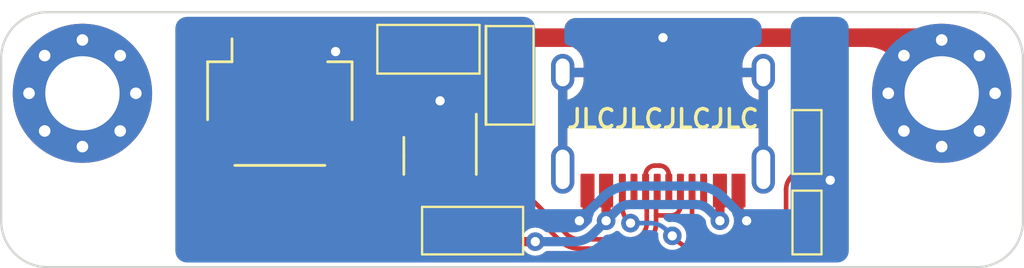
<source format=kicad_pcb>
(kicad_pcb (version 20211014) (generator pcbnew)
  (layers (0 "F.Cu" signal) (31 "B.Cu" signal) (34 "B.Paste" user) (35 "F.Paste" user) (36 "B.SilkS" user "B.Silkscreen") (37 "F.SilkS" user "F.Silkscreen") (38 "B.Mask" user) (39 "F.Mask" user) (44 "Edge.Cuts" user))
  (net 0 "")
  (net 1 "GND")
  (net 2 "Earth")
  (net 3 "VBUS")
  (net 4 "+5V")
  (net 5 "Net-(J1-PadA5)")
  (net 8 "Net-(J1-PadB5)")
  (net 10 "D-")
  (net 11 "D+")
  (footprint "Resistor_SMD:R_1206_3216Metric" (layer "F.Cu") (at 21.9 2.725 90)
    (fp_text reference "R3" hide)
    (fp_text value "1M")
    (fp_line (start -2.125 -1.025) (end 2.125 -1.025) (layer "F.SilkS") (width 0.12))
    (fp_line (start -2.125 -1.025) (end -2.125 1.025) (layer "F.SilkS") (width 0.1))
    (fp_line (start 2.125 1.025) (end 2.125 -1.025) (layer "F.SilkS") (width 0.1))
    (fp_line (start -2.125 1.025) (end 2.125 1.025) (layer "F.SilkS") (width 0.1))
    (pad "1" smd roundrect (at -1.4625 0 90) (size 1.125 1.75) (layers "F.Cu" "F.Paste" "F.Mask") (roundrect_rratio 0.2222222222) (net 1 "GND"))
    (pad "2" smd roundrect (at 1.4625 0 90) (size 1.125 1.75) (layers "F.Cu" "F.Paste" "F.Mask") (roundrect_rratio 0.2222222222) (net 2 "Earth"))
  )
  (footprint "Crokto:USB_C_Receptacle_HRO_TYPE-C-31-M-12" (layer "F.Cu") (at 28.5 3.65 180)
    (fp_text reference "J1" hide)
    (fp_text value "USB_C_Receptacle_USB2.0")
    (pad "" np_thru_hole circle (at -2.89 -2.6 180) (size 0.65 0.65) (drill 0.65) (layers *.Cu *.Mask))
    (pad "" np_thru_hole circle (at 2.89 -2.6 180) (size 0.65 0.65) (drill 0.65) (layers *.Cu *.Mask))
    (pad "A1" smd roundrect (at -3.25 -4.045 180) (size 0.6 1.45) (layers "F.Cu" "F.Paste" "F.Mask") (roundrect_rratio 0.08333333333) (net 1 "GND"))
    (pad "A4" smd roundrect (at -2.45 -4.045 180) (size 0.6 1.45) (layers "F.Cu" "F.Paste" "F.Mask") (roundrect_rratio 0.08333333333) (net 3 "VBUS"))
    (pad "A5" smd roundrect (at -1.25 -4.045 180) (size 0.3 1.45) (layers "F.Cu" "F.Paste" "F.Mask") (roundrect_rratio 0.1666666667) (net 5 "Net-(J1-PadA5)"))
    (pad "A6" smd roundrect (at -0.25 -4.045 180) (size 0.3 1.45) (layers "F.Cu" "F.Paste" "F.Mask") (roundrect_rratio 0.1666666667) (net 11 "D+"))
    (pad "A7" smd roundrect (at 0.25 -4.045 180) (size 0.3 1.45) (layers "F.Cu" "F.Paste" "F.Mask") (roundrect_rratio 0.1666666667) (net 10 "D-"))
    (pad "A8" smd roundrect (at 1.25 -4.045 180) (size 0.3 1.45) (layers "F.Cu" "F.Paste" "F.Mask") (roundrect_rratio 0.1666666667))
    (pad "A9" smd roundrect (at 2.45 -4.045 180) (size 0.6 1.45) (layers "F.Cu" "F.Paste" "F.Mask") (roundrect_rratio 0.08333333333) (net 3 "VBUS"))
    (pad "A12" smd roundrect (at 3.25 -4.045 180) (size 0.6 1.45) (layers "F.Cu" "F.Paste" "F.Mask") (roundrect_rratio 0.08333333333) (net 1 "GND"))
    (pad "B1" smd roundrect (at 3.25 -4.045 180) (size 0.6 1.45) (layers "F.Cu" "F.Paste" "F.Mask") (roundrect_rratio 0.08333333333) (net 1 "GND"))
    (pad "B4" smd roundrect (at 2.45 -4.045 180) (size 0.6 1.45) (layers "F.Cu" "F.Paste" "F.Mask") (roundrect_rratio 0.08333333333) (net 3 "VBUS"))
    (pad "B5" smd roundrect (at 1.75 -4.045 180) (size 0.3 1.45) (layers "F.Cu" "F.Paste" "F.Mask") (roundrect_rratio 0.1666666667) (net 8 "Net-(J1-PadB5)"))
    (pad "B6" smd roundrect (at 0.75 -4.045 180) (size 0.3 1.45) (layers "F.Cu" "F.Paste" "F.Mask") (roundrect_rratio 0.1666666667) (net 11 "D+"))
    (pad "B7" smd roundrect (at -0.75 -4.045 180) (size 0.3 1.45) (layers "F.Cu" "F.Paste" "F.Mask") (roundrect_rratio 0.1666666667) (net 10 "D-"))
    (pad "B8" smd roundrect (at -1.75 -4.045 180) (size 0.3 1.45) (layers "F.Cu" "F.Paste" "F.Mask") (roundrect_rratio 0.1666666667))
    (pad "B9" smd roundrect (at -2.45 -4.045 180) (size 0.6 1.45) (layers "F.Cu" "F.Paste" "F.Mask") (roundrect_rratio 0.08333333333) (net 3 "VBUS"))
    (pad "B12" smd roundrect (at -3.25 -4.045 180) (size 0.6 1.45) (layers "F.Cu" "F.Paste" "F.Mask") (roundrect_rratio 0.08333333333) (net 1 "GND"))
    (pad "S1" thru_hole oval (at 4.32 1.05 180) (size 1 1.6) (drill oval 0.6 1.2) (layers *.Cu *.Mask) (net 2 "Earth"))
    (pad "S1" thru_hole oval (at -4.32 1.05 180) (size 1 1.6) (drill oval 0.6 1.2) (layers *.Cu *.Mask) (net 2 "Earth"))
    (pad "S1" thru_hole oval (at -4.32 -3.13 180) (size 1 2.1) (drill oval 0.6 1.7) (layers *.Cu *.Mask) (net 2 "Earth"))
    (pad "S1" thru_hole oval (at 4.32 -3.13 180) (size 1 2.1) (drill oval 0.6 1.7) (layers *.Cu *.Mask) (net 2 "Earth"))
  )
  (footprint "Crokto:R_0603_1608Metric" (layer "F.Cu") (at 34.7 5.6 90)
    (fp_text reference "R1" hide)
    (fp_text value "5.1k")
    (fp_line (start -1.375 -0.625) (end 1.375 -0.625) (layer "F.SilkS") (width 0.1))
    (fp_line (start 1.375 0.625) (end 1.375 -0.625) (layer "F.SilkS") (width 0.1))
    (fp_line (start -1.375 0.625) (end 1.375 0.625) (layer "F.SilkS") (width 0.1))
    (fp_line (start -1.375 0.625) (end -1.375 -0.625) (layer "F.SilkS") (width 0.1))
    (pad "1" smd roundrect (at -0.825 0 90) (size 0.8 0.95) (layers "F.Cu" "F.Paste" "F.Mask") (net 5 "Net-(J1-PadA5)"))
    (pad "2" smd roundrect (at 0.825 0 90) (size 0.8 0.95) (layers "F.Cu" "F.Paste" "F.Mask") (net 1 "GND"))
  )
  (footprint "Fuse:Fuse_1206_3216Metric" (layer "F.Cu") (at 20.3 9.425 180)
    (fp_text reference "F1" hide)
    (fp_text value "500mA")
    (fp_line (start -2.175 -1.025) (end 2.175 -1.025) (layer "F.SilkS") (width 0.1))
    (fp_line (start 2.175 -1.025) (end 2.175 1.025) (layer "F.SilkS") (width 0.1))
    (fp_line (start -2.175 -1.025) (end -2.175 1.025) (layer "F.SilkS") (width 0.1))
    (fp_line (start -2.175 1.025) (end 2.175 1.025) (layer "F.SilkS") (width 0.1))
    (pad "1" smd roundrect (at -1.4 0 180) (size 1.25 1.75) (layers "F.Cu" "F.Paste" "F.Mask") (roundrect_rratio 0.2) (net 3 "VBUS"))
    (pad "2" smd roundrect (at 1.4 0 180) (size 1.25 1.75) (layers "F.Cu" "F.Paste" "F.Mask") (roundrect_rratio 0.2) (net 4 "+5V"))
  )
  (footprint "Package_TO_SOT_SMD:SOT-23-6" (layer "F.Cu") (at 18.9 6.2 -90)
    (fp_text reference "U1" hide)
    (fp_text value "SRV05-4")
    (fp_line (start 0 -1.56) (end -1.8 -1.56) (layer "F.SilkS") (width 0.12))
    (fp_line (start 0 1.56) (end 0.8 1.56) (layer "F.SilkS") (width 0.12))
    (fp_line (start 0 -1.56) (end 0.8 -1.56) (layer "F.SilkS") (width 0.12))
    (fp_line (start 0 1.56) (end -0.8 1.56) (layer "F.SilkS") (width 0.12))
    (pad "1" smd roundrect (at -1.1375 -0.95 270) (size 1.325 0.6) (layers "F.Cu" "F.Paste" "F.Mask") (net 11 "D+"))
    (pad "2" smd roundrect (at -1.1375 0 270) (size 1.325 0.6) (layers "F.Cu" "F.Paste" "F.Mask") (net 1 "GND"))
    (pad "3" smd roundrect (at -1.1375 0.95 270) (size 1.325 0.6) (layers "F.Cu" "F.Paste" "F.Mask"))
    (pad "4" smd roundrect (at 1.1375 0.95 270) (size 1.325 0.6) (layers "F.Cu" "F.Paste" "F.Mask"))
    (pad "5" smd roundrect (at 1.1375 0 270) (size 1.325 0.6) (layers "F.Cu" "F.Paste" "F.Mask") (net 4 "+5V"))
    (pad "6" smd roundrect (at 1.1375 -0.95 270) (size 1.325 0.6) (layers "F.Cu" "F.Paste" "F.Mask") (net 10 "D-"))
  )
  (footprint "Crokto:JST_SH_SM04B-SRSS-TB-Handsoldering" (layer "F.Cu") (at 12 3.925)
    (fp_text reference "J2" hide)
    (fp_text value "Conn_01x04")
    (fp_line (start 3.11 0.715) (end 3.11 -1.785) (layer "F.SilkS") (width 0.12))
    (fp_line (start 3.11 -1.785) (end 2.06 -1.785) (layer "F.SilkS") (width 0.12))
    (fp_line (start -3.11 0.715) (end -3.11 -1.785) (layer "F.SilkS") (width 0.12))
    (fp_line (start -3.11 -1.785) (end -2.06 -1.785) (layer "F.SilkS") (width 0.12))
    (fp_line (start -2.06 -1.785) (end -2.06 -2.775) (layer "F.SilkS") (width 0.12))
    (fp_line (start -1.94 2.685) (end 1.94 2.685) (layer "F.SilkS") (width 0.12))
    (pad "" smd roundrect (at 3 1.775) (size 1.6 1.6) (layers "F.Cu" "F.Paste" "F.Mask") (roundrect_rratio 0.2))
    (pad "" smd roundrect (at -3 1.775) (size 1.6 1.6) (layers "F.Cu" "F.Paste" "F.Mask") (roundrect_rratio 0.2))
    (pad "1" smd roundrect (at -1.5 -2.225) (size 0.6 2) (layers "F.Cu" "F.Paste" "F.Mask") (net 4 "+5V"))
    (pad "2" smd roundrect (at -0.5 -2.225) (size 0.6 2) (layers "F.Cu" "F.Paste" "F.Mask") (net 10 "D-"))
    (pad "3" smd roundrect (at 0.5 -2.225) (size 0.6 2) (layers "F.Cu" "F.Paste" "F.Mask") (net 11 "D+"))
    (pad "4" smd roundrect (at 1.5 -2.225) (size 0.6 2) (layers "F.Cu" "F.Paste" "F.Mask") (net 1 "GND"))
  )
  (footprint "Crokto:M3_Via_Hole_NC" (layer "F.Cu") (at 3.5 3.5)
    (fp_text reference "H1" hide)
    (fp_text value "M3")
    (pad "" thru_hole circle (at -2.3 0) (size 0.8 0.8) (drill 0.5) (layers *.Cu "F.Mask"))
    (pad "" thru_hole circle (at 1.626346 -1.626346) (size 0.8 0.8) (drill 0.5) (layers *.Cu "F.Mask"))
    (pad "" thru_hole circle (at 1.626346 1.626346) (size 0.8 0.8) (drill 0.5) (layers *.Cu "F.Mask"))
    (pad "" thru_hole circle (at 0 0) (size 6 6) (drill 3.2) (layers *.Cu "F.Mask"))
    (pad "" thru_hole circle (at 0 2.3) (size 0.8 0.8) (drill 0.5) (layers *.Cu "F.Mask"))
    (pad "" thru_hole circle (at 0 -2.3) (size 0.8 0.8) (drill 0.5) (layers *.Cu "F.Mask"))
    (pad "" thru_hole circle (at -1.626346 1.626346) (size 0.8 0.8) (drill 0.5) (layers *.Cu "F.Mask"))
    (pad "" thru_hole circle (at -1.626346 -1.626346) (size 0.8 0.8) (drill 0.5) (layers *.Cu "F.Mask"))
    (pad "" thru_hole circle (at 2.3 0) (size 0.8 0.8) (drill 0.5) (layers *.Cu "F.Mask"))
  )
  (footprint "Capacitor_SMD:C_1206_3216Metric" (layer "F.Cu") (at 18.4 1.6)
    (fp_text reference "C1" hide)
    (fp_text value "100n")
    (fp_line (start -2.2 -1.05) (end -2.2 1.05) (layer "F.SilkS") (width 0.1))
    (fp_line (start -2.2 -1.05) (end 2.2 -1.05) (layer "F.SilkS") (width 0.1))
    (fp_line (start 2.2 -1.05) (end 2.2 1.05) (layer "F.SilkS") (width 0.1))
    (fp_line (start -2.2 1.05) (end 2.2 1.05) (layer "F.SilkS") (width 0.1))
    (pad "1" smd roundrect (at -1.475 0) (size 1.15 1.8) (layers "F.Cu" "F.Paste" "F.Mask") (roundrect_rratio 0.2173913043) (net 1 "GND"))
    (pad "2" smd roundrect (at 1.475 0) (size 1.15 1.8) (layers "F.Cu" "F.Paste" "F.Mask") (roundrect_rratio 0.2173913043) (net 2 "Earth"))
  )
  (footprint "Crokto:JLCJLCJLCJLC" (layer "F.Cu") (at 28.5 4.6 180)
    (fp_text reference "H3" hide)
    (fp_text value "JLCJLCJLCJLC" hide)
    (fp_text user "JLCJLCJLCJLC" (at 0 0) (layer "F.SilkS") (effects (font (size 0.8 0.8))))
  )
  (footprint "Crokto:M3_Via_Hole" (layer "F.Cu") (at 40.5 3.5)
    (fp_text reference "H2" hide)
    (fp_text value "M3_Pad")
    (pad "1" thru_hole circle locked (at 0 2.3) (size 0.8 0.8) (drill 0.5) (layers *.Cu *.Mask) (net 2 "Earth"))
    (pad "1" thru_hole circle locked (at -2.3 0) (size 0.8 0.8) (drill 0.5) (layers *.Cu *.Mask) (net 2 "Earth"))
    (pad "1" thru_hole circle locked (at 0 -2.3) (size 0.8 0.8) (drill 0.5) (layers *.Cu *.Mask) (net 2 "Earth"))
    (pad "1" thru_hole circle locked (at 1.626346 1.626346) (size 0.8 0.8) (drill 0.5) (layers *.Cu *.Mask) (net 2 "Earth"))
    (pad "1" thru_hole circle locked (at -1.626346 1.626346) (size 0.8 0.8) (drill 0.5) (layers *.Cu *.Mask) (net 2 "Earth"))
    (pad "1" thru_hole circle locked (at -1.626346 -1.626346) (size 0.8 0.8) (drill 0.5) (layers *.Cu *.Mask) (net 2 "Earth"))
    (pad "1" thru_hole circle locked (at 1.626346 -1.626346) (size 0.8 0.8) (drill 0.5) (layers *.Cu *.Mask) (net 2 "Earth"))
    (pad "1" thru_hole circle locked (at 0 0) (size 6 6) (drill 3.2) (layers *.Cu *.Mask) (net 2 "Earth"))
    (pad "1" thru_hole circle locked (at 2.3 0) (size 0.8 0.8) (drill 0.5) (layers *.Cu *.Mask) (net 2 "Earth"))
  )
  (footprint "Crokto:R_0603_1608Metric" (layer "F.Cu") (at 34.7 9.075 -90)
    (fp_text reference "R2" hide)
    (fp_text value "5.1k")
    (fp_line (start -1.375 -0.625) (end 1.375 -0.625) (layer "F.SilkS") (width 0.1))
    (fp_line (start -1.375 0.625) (end -1.375 -0.625) (layer "F.SilkS") (width 0.1))
    (fp_line (start -1.375 0.625) (end 1.375 0.625) (layer "F.SilkS") (width 0.1))
    (fp_line (start 1.375 0.625) (end 1.375 -0.625) (layer "F.SilkS") (width 0.1))
    (pad "1" smd roundrect (at -0.825 0 270) (size 0.8 0.95) (layers "F.Cu" "F.Paste" "F.Mask") (net 1 "GND"))
    (pad "2" smd roundrect (at 0.825 0 270) (size 0.8 0.95) (layers "F.Cu" "F.Paste" "F.Mask") (net 8 "Net-(J1-PadB5)"))
  )
  (gr_arc (start 2 11) (mid 0.585786 10.414214) (end 0 9) (layer "Edge.Cuts") (width 0.1))
  (gr_arc (start 42 0) (mid 43.414214 0.585786) (end 44 2) (layer "Edge.Cuts") (width 0.1))
  (gr_line (start 0 9) (end 0 2) (layer "Edge.Cuts") (width 0.1))
  (gr_line (start 44 2) (end 44 9) (layer "Edge.Cuts") (width 0.1))
  (gr_line (start 2 0) (end 42 0) (layer "Edge.Cuts") (width 0.1))
  (gr_arc (start 44 9) (mid 43.414214 10.414214) (end 42 11) (layer "Edge.Cuts") (width 0.1))
  (gr_line (start 42 11) (end 2 11) (layer "Edge.Cuts") (width 0.1))
  (gr_arc (start 0 2) (mid 0.585786 0.585786) (end 2 0) (layer "Edge.Cuts") (width 0.1))
  (segment (start 25.25 7.695) (end 25.25 8.318629) (width 0.4) (layer "F.Cu") (net 1))
  (segment (start 16.925 1.85) (end 18.9 3.825) (width 0.4) (layer "F.Cu") (net 1))
  (segment (start 25.015685 8.884315) (end 24.9 9) (width 0.4) (layer "F.Cu") (net 1))
  (segment (start 35.7 7.25) (end 34.7 8.25) (width 0.4) (layer "F.Cu") (net 1))
  (segment (start 35.465685 5.540685) (end 34.7 4.775) (width 0.4) (layer "F.Cu") (net 1))
  (segment (start 35.7 7.25) (end 35.7 6.106371) (width 0.4) (layer "F.Cu") (net 1))
  (segment (start 31.984315 8.884315) (end 32.1 9) (width 0.4) (layer "F.Cu") (net 1))
  (segment (start 13.5 1.7) (end 14.4 1.7) (width 0.4) (layer "F.Cu") (net 1))
  (segment (start 31.75 7.695) (end 31.75 8.318629) (width 0.4) (layer "F.Cu") (net 1))
  (segment (start 18.9 5.0625) (end 18.9 3.825) (width 0.4) (layer "F.Cu") (net 1))
  (segment (start 21.9 3.825) (end 18.9 3.825) (width 0.4) (layer "F.Cu") (net 1))
  (via (at 24.9 9) (size 0.8) (drill 0.4) (layers "F.Cu" "B.Cu") (net 1))
  (via (at 14.4 1.7) (size 0.8) (drill 0.4) (layers "F.Cu" "B.Cu") (net 1))
  (via (at 35.7 7.25) (size 0.8) (drill 0.4) (layers "F.Cu" "B.Cu") (net 1))
  (via (at 32.1 9) (size 0.8) (drill 0.4) (layers "F.Cu" "B.Cu") (net 1))
  (via (at 18.9 3.825) (size 0.8) (drill 0.4) (layers "F.Cu" "B.Cu") (net 1))
  (arc (start 31.75 8.318629) (mid 31.810897 8.624776) (end 31.984315 8.884315) (width 0.4) (layer "F.Cu") (net 1))
  (arc (start 25.25 8.318629) (mid 25.189103 8.624776) (end 25.015685 8.884315) (width 0.4) (layer "F.Cu") (net 1))
  (arc (start 35.465685 5.540685) (mid 35.639104 5.800224) (end 35.7 6.106371) (width 0.4) (layer "F.Cu") (net 1))
  (segment (start 25.931371 7.968629) (end 24.9 9) (width 0.4) (layer "B.Cu") (net 1))
  (segment (start 35.7 7.25) (end 34.418629 8.531371) (width 0.4) (layer "B.Cu") (net 1))
  (segment (start 33.287258 9) (end 32.1 9) (width 0.4) (layer "B.Cu") (net 1))
  (segment (start 32.1 9) (end 31.068629 7.968629) (width 0.4) (layer "B.Cu") (net 1))
  (segment (start 24.9 9) (end 24.8 9.1) (width 0.4) (layer "B.Cu") (net 1))
  (segment (start 29.937258 7.5) (end 27.062742 7.5) (width 0.4) (layer "B.Cu") (net 1))
  (arc (start 25.931371 7.968629) (mid 26.450448 7.621793) (end 27.062742 7.5) (width 0.4) (layer "B.Cu") (net 1))
  (arc (start 34.418629 8.531371) (mid 33.899552 8.878207) (end 33.287258 9) (width 0.4) (layer "B.Cu") (net 1))
  (arc (start 31.068629 7.968629) (mid 30.549552 7.621793) (end 29.937258 7.5) (width 0.4) (layer "B.Cu") (net 1))
  (segment (start 24.18 2.6) (end 24.18 6.78) (width 0.4) (layer "F.Cu") (net 2))
  (segment (start 19.875 1.1) (end 28.5 1.1) (width 0.8) (layer "F.Cu") (net 2))
  (segment (start 28.5 1.1) (end 40.5 1.1) (width 0.8) (layer "F.Cu") (net 2))
  (segment (start 38.685787 1.685787) (end 40.5 3.5) (width 0.8) (layer "F.Cu") (net 2))
  (segment (start 32.82 6.78) (end 32.82 2.6) (width 0.4) (layer "F.Cu") (net 2))
  (segment (start 32.82 4.8) (end 24.18 4.8) (width 0.4) (layer "F.Cu") (net 2))
  (via (at 28.5 1.1) (size 0.8) (drill 0.4) (layers "F.Cu" "B.Cu") (net 2))
  (arc (start 38.685787 1.685787) (mid 38.03694 1.252241) (end 37.271573 1.1) (width 0.8) (layer "F.Cu") (net 2))
  (segment (start 32.819127 4.799522) (end 24.179127 4.799522) (width 0.4) (layer "B.Cu") (net 2))
  (segment (start 24.18 6.78) (end 24.18 2.6) (width 0.4) (layer "B.Cu") (net 2))
  (segment (start 32.82 6.78) (end 32.82 2.6) (width 0.4) (layer "B.Cu") (net 2))
  (segment (start 30.95 7.695) (end 30.95 9) (width 0.4) (layer "F.Cu") (net 3))
  (segment (start 26.05 7.695) (end 26.05 9) (width 0.4) (layer "F.Cu") (net 3))
  (segment (start 23 9.9) (end 21.9 9.9) (width 0.4) (layer "F.Cu") (net 3))
  (segment (start 21.9 9.9) (end 21.7 9.7) (width 0.4) (layer "F.Cu") (net 3))
  (via (at 30.95 9) (size 0.8) (drill 0.4) (layers "F.Cu" "B.Cu") (net 3))
  (via (at 26.05 9) (size 0.8) (drill 0.4) (layers "F.Cu" "B.Cu") (net 3))
  (via (at 23 9.9) (size 0.8) (drill 0.4) (layers "F.Cu" "B.Cu") (net 3))
  (segment (start 24.652944 9.9) (end 23 9.9) (width 0.4) (layer "B.Cu") (net 3))
  (segment (start 29.918629 8.3) (end 27.081371 8.3) (width 0.4) (layer "B.Cu") (net 3))
  (segment (start 30.484315 8.534315) (end 30.95 9) (width 0.4) (layer "B.Cu") (net 3))
  (segment (start 26.05 9) (end 26.515686 8.534314) (width 0.4) (layer "B.Cu") (net 3))
  (segment (start 26.05 9) (end 25.501472 9.548528) (width 0.4) (layer "B.Cu") (net 3))
  (arc (start 29.918629 8.3) (mid 30.224776 8.360897) (end 30.484315 8.534315) (width 0.4) (layer "B.Cu") (net 3))
  (arc (start 27.081371 8.3) (mid 26.775225 8.360896) (end 26.515686 8.534314) (width 0.4) (layer "B.Cu") (net 3))
  (arc (start 25.501472 9.548528) (mid 25.112164 9.808655) (end 24.652944 9.9) (width 0.4) (layer "B.Cu") (net 3))
  (segment (start 10.5 1.7) (end 10.5 6.25) (width 0.4) (layer "F.Cu") (net 4))
  (segment (start 13 8.75) (end 18.9 8.75) (width 0.4) (layer "F.Cu") (net 4))
  (segment (start 18.9 7.2375) (end 18.9 9.4) (width 0.4) (layer "F.Cu") (net 4))
  (arc (start 13 8.75) (mid 11.232233 8.017767) (end 10.5 6.25) (width 0.4) (layer "F.Cu") (net 4))
  (segment (start 30.55 9.8) (end 33 9.8) (width 0.2) (layer "F.Cu") (net 5))
  (segment (start 33.8 9) (end 33.8 7.656371) (width 0.2) (layer "F.Cu") (net 5))
  (segment (start 29.75 7.695) (end 29.75 9) (width 0.2) (layer "F.Cu") (net 5))
  (segment (start 34.034315 7.090685) (end 34.7 6.425) (width 0.2) (layer "F.Cu") (net 5))
  (arc (start 29.75 9) (mid 29.984315 9.565685) (end 30.55 9.8) (width 0.2) (layer "F.Cu") (net 5))
  (arc (start 33.8 9) (mid 33.565685 9.565685) (end 33 9.8) (width 0.2) (layer "F.Cu") (net 5))
  (arc (start 34.034315 7.090685) (mid 33.860896 7.350224) (end 33.8 7.656371) (width 0.2) (layer "F.Cu") (net 5))
  (segment (start 26.984315 8.984315) (end 27.1 9.1) (width 0.2) (layer "F.Cu") (net 8))
  (segment (start 29.098528 9.848528) (end 28.9 9.65) (width 0.2) (layer "F.Cu") (net 8))
  (segment (start 34.7 10.2) (end 29.947056 10.2) (width 0.2) (layer "F.Cu") (net 8))
  (segment (start 26.75 7.695) (end 26.75 8.418629) (width 0.2) (layer "F.Cu") (net 8))
  (via (at 28.9 9.65) (size 0.8) (drill 0.4) (layers "F.Cu" "B.Cu") (net 8))
  (via (at 27.1 9.1) (size 0.8) (drill 0.4) (layers "F.Cu" "B.Cu") (net 8))
  (arc (start 29.947056 10.2) (mid 29.487836 10.108655) (end 29.098528 9.848528) (width 0.2) (layer "F.Cu") (net 8))
  (arc (start 26.984315 8.984315) (mid 26.810896 8.724776) (end 26.75 8.418629) (width 0.2) (layer "F.Cu") (net 8))
  (segment (start 27.935786 9.1) (end 27.1 9.1) (width 0.2) (layer "B.Cu") (net 8))
  (segment (start 28.9 9.65) (end 28.642893 9.392893) (width 0.2) (layer "B.Cu") (net 8))
  (arc (start 28.642893 9.392893) (mid 28.31847 9.17612) (end 27.935786 9.1) (width 0.2) (layer "B.Cu") (net 8))
  (segment (start 24.051472 9.848528) (end 21.270837 7.067893) (width 0.2) (layer "F.Cu") (net 10))
  (segment (start 28.2 8.77) (end 28.85 8.77) (width 0.2) (layer "F.Cu") (net 10))
  (segment (start 15.479999 7.851572) (end 13.471572 7.851572) (width 0.2) (layer "F.Cu") (net 10))
  (segment (start 28.2 7.695) (end 28.2 8.77) (width 0.2) (layer "F.Cu") (net 10))
  (segment (start 19.15 6.4) (end 17.8 6.4) (width 0.2) (layer "F.Cu") (net 10))
  (segment (start 11.507107 1.707107) (end 11.5 1.7) (width 0.2) (layer "F.Cu") (net 10))
  (segment (start 17.49948 6.524479) (end 16.661979 7.36198) (width 0.2) (layer "F.Cu") (net 10))
  (segment (start 20.56373 6.775) (end 19.85 6.775) (width 0.2) (layer "F.Cu") (net 10))
  (segment (start 11.8 6.18) (end 11.8 2.414214) (width 0.2) (layer "F.Cu") (net 10))
  (segment (start 19.65 7.3375) (end 19.65 6.9) (width 0.2) (layer "F.Cu") (net 10))
  (segment (start 29.25 8.37) (end 29.25 7.695) (width 0.2) (layer "F.Cu") (net 10))
  (segment (start 27.1 10.2) (end 24.9 10.2) (width 0.2) (layer "F.Cu") (net 10))
  (segment (start 28.2 8.77) (end 28.2 9.1) (width 0.2) (layer "F.Cu") (net 10))
  (arc (start 19.65 6.9) (mid 19.503553 6.546447) (end 19.15 6.4) (width 0.2) (layer "F.Cu") (net 10))
  (arc (start 28.2 9.1) (mid 27.877817 9.877817) (end 27.1 10.2) (width 0.2) (layer "F.Cu") (net 10))
  (arc (start 16.661979 7.36198) (mid 16.119682 7.724331) (end 15.479999 7.851572) (width 0.2) (layer "F.Cu") (net 10))
  (arc (start 20.56373 6.775) (mid 20.946413 6.85112) (end 21.270837 7.067893) (width 0.2) (layer "F.Cu") (net 10))
  (arc (start 13.471572 7.851572) (mid 12.289592 7.36198) (end 11.8 6.18) (width 0.2) (layer "F.Cu") (net 10))
  (arc (start 24.9 10.2) (mid 24.44078 10.108655) (end 24.051472 9.848528) (width 0.2) (layer "F.Cu") (net 10))
  (arc (start 11.8 2.414214) (mid 11.72388 2.031531) (end 11.507107 1.707107) (width 0.2) (layer "F.Cu") (net 10))
  (arc (start 29.25 8.37) (mid 29.132843 8.652843) (end 28.85 8.77) (width 0.2) (layer "F.Cu") (net 10))
  (arc (start 17.8 6.4) (mid 17.63736 6.432351) (end 17.49948 6.524479) (width 0.2) (layer "F.Cu") (net 10))
  (segment (start 27.8 7.695) (end 27.8 9.1) (width 0.2) (layer "F.Cu") (net 11))
  (segment (start 24.334315 9.565686) (end 20.540075 5.771446) (width 0.2) (layer "F.Cu") (net 11))
  (segment (start 12.492893 1.707107) (end 12.5 1.7) (width 0.2) (layer "F.Cu") (net 11))
  (segment (start 28.15 6.62) (end 28.35 6.62) (width 0.2) (layer "F.Cu") (net 11))
  (segment (start 15.48 7.451572) (end 13.471572 7.451572) (width 0.2) (layer "F.Cu") (net 11))
  (segment (start 20.186522 5.625) (end 19.85 5.625) (width 0.2) (layer "F.Cu") (net 11))
  (segment (start 19.15 6) (end 17.8 6) (width 0.2) (layer "F.Cu") (net 11))
  (segment (start 19.65 5.0625) (end 19.65 5.5) (width 0.2) (layer "F.Cu") (net 11))
  (segment (start 12.2 6.18) (end 12.2 2.414214) (width 0.2) (layer "F.Cu") (net 11))
  (segment (start 28.75 7.02) (end 28.75 7.695) (width 0.2) (layer "F.Cu") (net 11))
  (segment (start 27.75 7.695) (end 27.75 7.02) (width 0.2) (layer "F.Cu") (net 11))
  (segment (start 27.1 9.8) (end 24.9 9.8) (width 0.2) (layer "F.Cu") (net 11))
  (segment (start 17.216637 6.241637) (end 16.379137 7.079137) (width 0.2) (layer "F.Cu") (net 11))
  (arc (start 12.2 2.414214) (mid 12.27612 2.031531) (end 12.492893 1.707107) (width 0.2) (layer "F.Cu") (net 11))
  (arc (start 17.8 6) (mid 17.484286 6.0628) (end 17.216637 6.241637) (width 0.2) (layer "F.Cu") (net 11))
  (arc (start 20.540075 5.771446) (mid 20.377863 5.66306) (end 20.186522 5.625) (width 0.2) (layer "F.Cu") (net 11))
  (arc (start 27.8 9.1) (mid 27.594975 9.594975) (end 27.1 9.8) (width 0.2) (layer "F.Cu") (net 11))
  (arc (start 16.379137 7.079137) (mid 15.96661 7.354779) (end 15.48 7.451572) (width 0.2) (layer "F.Cu") (net 11))
  (arc (start 27.75 7.02) (mid 27.867157 6.737157) (end 28.15 6.62) (width 0.2) (layer "F.Cu") (net 11))
  (arc (start 28.75 7.02) (mid 28.632843 6.737157) (end 28.35 6.62) (width 0.2) (layer "F.Cu") (net 11))
  (arc (start 24.9 9.8) (mid 24.593854 9.739104) (end 24.334315 9.565686) (width 0.2) (layer "F.Cu") (net 11))
  (arc (start 12.2 6.18) (mid 12.572435 7.079137) (end 13.471572 7.451572) (width 0.2) (layer "F.Cu") (net 11))
  (arc (start 19.65 5.5) (mid 19.503553 5.853553) (end 19.15 6) (width 0.2) (layer "F.Cu") (net 11))
  (zone (net 2) (net_name "Earth") (layer "F.Cu") (connect_pads (clearance 0.2)) (min_thickness 0.4) (fill yes (thermal_gap 0.4) (thermal_bridge_width 0.4) (smoothing fillet) (radius 0.5))
    (polygon (pts (xy 32.75 5) (xy 24.25 5) (xy 24.25 0.25) (xy 32.75 0.25)))
  )
  (zone (net 2) (net_name "Earth") (layer "B.Cu") (connect_pads (clearance 0.2)) (min_thickness 0.4) (fill yes (thermal_gap 0.4) (thermal_bridge_width 0.4) (smoothing fillet) (radius 0.5))
    (polygon (pts (xy 32.75 5) (xy 24.25 5) (xy 24.25 0.25) (xy 32.75 0.25)))
  )
  (zone (net 1) (net_name "GND") (layer "B.Cu") (connect_pads (clearance 0.2)) (min_thickness 0.3) (fill yes (thermal_gap 0.4) (thermal_bridge_width 0.4) (smoothing fillet) (radius 0.5))
    (polygon (pts (xy 23 8.5) (xy 34 8.5) (xy 34 0.2) (xy 36.5 0.2) (xy 36.5 10.8) (xy 7.5 10.8) (xy 7.5 0.2) (xy 23 0.2)))
  )
)
</source>
